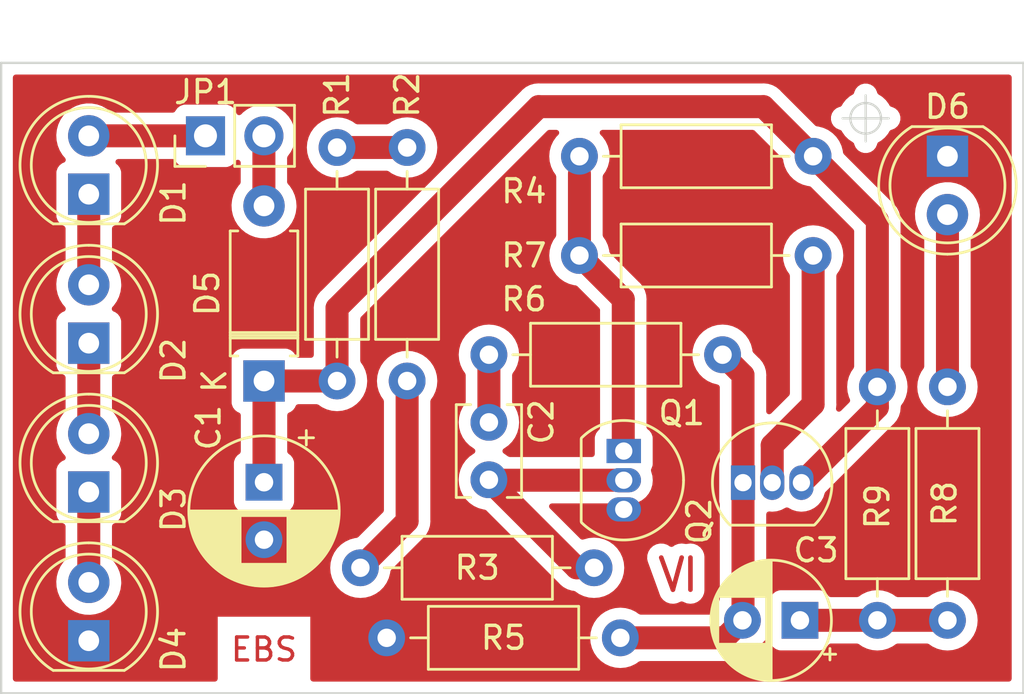
<source format=kicad_pcb>
(kicad_pcb (version 20211014) (generator pcbnew)
  (layers (0 "F.Cu" signal) (31 "B.Cu" signal) (34 "B.Paste" user) (35 "F.Paste" user) (36 "B.SilkS" user "B.Silkscreen") (37 "F.SilkS" user "F.Silkscreen") (38 "B.Mask" user) (39 "F.Mask" user) (44 "Edge.Cuts" user))
  (net 0 "")
  (net 1 "Net-(C1-Pad1)")
  (net 2 "Net-(C2-Pad1)")
  (net 3 "Net-(C2-Pad2)")
  (net 4 "Net-(C3-Pad1)")
  (net 5 "Net-(C3-Pad2)")
  (net 6 "Net-(D1-Pad1)")
  (net 7 "Net-(D2-Pad1)")
  (net 8 "Net-(D3-Pad1)")
  (net 9 "Net-(D5-Pad2)")
  (net 10 "Net-(D6-Pad2)")
  (net 11 "Net-(Q1-Pad1)")
  (net 12 "Net-(Q2-Pad2)")
  (net 13 "Net-(R1-Pad2)")
  (net 14 "Net-(R2-Pad2)")
  (net 15 "GND")
  (net 16 "VCC")
  (footprint "LED_THT:LED_D5.0mm" (layer "F.Cu") (at 147.828 74.549 -90)
    (fp_text reference "D6" (at -2.154 0 180) (layer "F.SilkS"))
    (fp_text value "LED")
    (fp_line (start -1.29 -1.545) (end -1.29 1.545) (layer "F.SilkS") (width 0.12))
    (fp_arc (start -1.29 -1.54483) (mid 2.072002 -2.880433) (end 4.26 0.000462) (layer "F.SilkS") (width 0.12))
    (fp_arc (start 4.26 -0.000462) (mid 2.072002 2.880433) (end -1.29 1.54483) (layer "F.SilkS") (width 0.12))
    (fp_circle (center 1.27 0) (end 3.77 0) (layer "F.SilkS") (width 0.12) (fill none))
    (pad "1" thru_hole rect (at 0 0 270) (size 1.8 1.8) (drill 0.9) (layers *.Cu *.Mask) (net 15 "GND"))
    (pad "2" thru_hole circle (at 2.54 0 270) (size 1.8 1.8) (drill 0.9) (layers *.Cu *.Mask) (net 10 "Net-(D6-Pad2)"))
  )
  (footprint "Resistor_THT:R_Axial_DIN0207_L6.3mm_D2.5mm_P10.16mm_Horizontal" (layer "F.Cu") (at 127.889 83.185)
    (fp_text reference "R6" (at 1.524 -2.413) (layer "F.SilkS"))
    (fp_text value "1k")
    (fp_line (start 1.81 -1.37) (end 1.81 1.37) (layer "F.SilkS") (width 0.12))
    (fp_line (start 1.04 0) (end 1.81 0) (layer "F.SilkS") (width 0.12))
    (fp_line (start 9.12 0) (end 8.35 0) (layer "F.SilkS") (width 0.12))
    (fp_line (start 8.35 -1.37) (end 1.81 -1.37) (layer "F.SilkS") (width 0.12))
    (fp_line (start 1.81 1.37) (end 8.35 1.37) (layer "F.SilkS") (width 0.12))
    (fp_line (start 8.35 1.37) (end 8.35 -1.37) (layer "F.SilkS") (width 0.12))
    (pad "1" thru_hole circle (at 0 0) (size 1.6 1.6) (drill 0.8) (layers *.Cu *.Mask) (net 3 "Net-(C2-Pad2)"))
    (pad "2" thru_hole oval (at 10.16 0) (size 1.6 1.6) (drill 0.8) (layers *.Cu *.Mask) (net 5 "Net-(C3-Pad2)"))
  )
  (footprint "Package_TO_SOT_THT:TO-92_Inline" (layer "F.Cu") (at 133.752 87.376 -90)
    (fp_text reference "Q1" (at -1.651 -2.519 180) (layer "F.SilkS"))
    (fp_text value "BC547")
    (fp_line (start -0.53 1.85) (end 3.07 1.85) (layer "F.SilkS") (width 0.12))
    (fp_arc (start -0.568478 1.838478) (mid -1.132087 -0.994977) (end 1.27 -2.6) (layer "F.SilkS") (width 0.12))
    (fp_arc (start 1.27 -2.6) (mid 3.672087 -0.994977) (end 3.108478 1.838478) (layer "F.SilkS") (width 0.12))
    (pad "1" thru_hole rect (at 0 0 270) (size 1.05 1.5) (drill 0.75) (layers *.Cu *.Mask) (net 11 "Net-(Q1-Pad1)"))
    (pad "2" thru_hole oval (at 1.27 0 270) (size 1.05 1.5) (drill 0.75) (layers *.Cu *.Mask) (net 2 "Net-(C2-Pad1)"))
    (pad "3" thru_hole oval (at 2.54 0 270) (size 1.05 1.5) (drill 0.75) (layers *.Cu *.Mask) (net 15 "GND"))
  )
  (footprint "Connector_PinHeader_2.54mm:PinHeader_1x02_P2.54mm_Vertical" (layer "F.Cu") (at 115.565 73.66 90)
    (fp_text reference "JP1" (at 1.905 0.005 180) (layer "F.SilkS"))
    (fp_text value "Jumper_2_Open")
    (fp_line (start -1.33 1.27) (end -1.33 3.87) (layer "F.SilkS") (width 0.12))
    (fp_line (start -1.33 3.87) (end 1.33 3.87) (layer "F.SilkS") (width 0.12))
    (fp_line (start -1.33 0) (end -1.33 -1.33) (layer "F.SilkS") (width 0.12))
    (fp_line (start -1.33 -1.33) (end 0 -1.33) (layer "F.SilkS") (width 0.12))
    (fp_line (start 1.33 1.27) (end 1.33 3.87) (layer "F.SilkS") (width 0.12))
    (fp_line (start -1.33 1.27) (end 1.33 1.27) (layer "F.SilkS") (width 0.12))
    (pad "1" thru_hole rect (at 0 0 90) (size 1.7 1.7) (drill 1) (layers *.Cu *.Mask) (net 16 "VCC"))
    (pad "2" thru_hole oval (at 0 2.54 90) (size 1.7 1.7) (drill 1) (layers *.Cu *.Mask) (net 9 "Net-(D5-Pad2)"))
  )
  (footprint "Resistor_THT:R_Axial_DIN0207_L6.3mm_D2.5mm_P10.16mm_Horizontal" (layer "F.Cu") (at 141.986 74.549 180)
    (fp_text reference "R4" (at 12.573 -1.524) (layer "F.SilkS"))
    (fp_text value "33k")
    (fp_line (start 1.81 1.37) (end 8.35 1.37) (layer "F.SilkS") (width 0.12))
    (fp_line (start 9.12 0) (end 8.35 0) (layer "F.SilkS") (width 0.12))
    (fp_line (start 1.81 -1.37) (end 1.81 1.37) (layer "F.SilkS") (width 0.12))
    (fp_line (start 8.35 -1.37) (end 1.81 -1.37) (layer "F.SilkS") (width 0.12))
    (fp_line (start 1.04 0) (end 1.81 0) (layer "F.SilkS") (width 0.12))
    (fp_line (start 8.35 1.37) (end 8.35 -1.37) (layer "F.SilkS") (width 0.12))
    (pad "1" thru_hole circle (at 0 0 180) (size 1.6 1.6) (drill 0.8) (layers *.Cu *.Mask) (net 1 "Net-(C1-Pad1)"))
    (pad "2" thru_hole oval (at 10.16 0 180) (size 1.6 1.6) (drill 0.8) (layers *.Cu *.Mask) (net 11 "Net-(Q1-Pad1)"))
  )
  (footprint "Capacitor_THT:C_Disc_D3.8mm_W2.6mm_P2.50mm" (layer "F.Cu") (at 127.889 88.626 90)
    (fp_text reference "C2" (at 2.52 2.286 90) (layer "F.SilkS"))
    (fp_text value "100n")
    (fp_line (start 3.27 -1.42) (end 3.27 -0.795) (layer "F.SilkS") (width 0.12))
    (fp_line (start -0.77 0.795) (end -0.77 1.42) (layer "F.SilkS") (width 0.12))
    (fp_line (start -0.77 -1.42) (end 3.27 -1.42) (layer "F.SilkS") (width 0.12))
    (fp_line (start -0.77 -1.42) (end -0.77 -0.795) (layer "F.SilkS") (width 0.12))
    (fp_line (start -0.77 1.42) (end 3.27 1.42) (layer "F.SilkS") (width 0.12))
    (fp_line (start 3.27 0.795) (end 3.27 1.42) (layer "F.SilkS") (width 0.12))
    (pad "1" thru_hole circle (at 0 0 90) (size 1.6 1.6) (drill 0.8) (layers *.Cu *.Mask) (net 2 "Net-(C2-Pad1)"))
    (pad "2" thru_hole circle (at 2.5 0 90) (size 1.6 1.6) (drill 0.8) (layers *.Cu *.Mask) (net 3 "Net-(C2-Pad2)"))
  )
  (footprint "Resistor_THT:R_Axial_DIN0207_L6.3mm_D2.5mm_P10.16mm_Horizontal" (layer "F.Cu") (at 147.828 94.742 90)
    (fp_text reference "R8" (at 5.08 -0.127 90) (layer "F.SilkS"))
    (fp_text value "1k")
    (fp_line (start 8.35 1.37) (end 8.35 -1.37) (layer "F.SilkS") (width 0.12))
    (fp_line (start 1.04 0) (end 1.81 0) (layer "F.SilkS") (width 0.12))
    (fp_line (start 1.81 -1.37) (end 1.81 1.37) (layer "F.SilkS") (width 0.12))
    (fp_line (start 1.81 1.37) (end 8.35 1.37) (layer "F.SilkS") (width 0.12))
    (fp_line (start 9.12 0) (end 8.35 0) (layer "F.SilkS") (width 0.12))
    (fp_line (start 8.35 -1.37) (end 1.81 -1.37) (layer "F.SilkS") (width 0.12))
    (pad "1" thru_hole circle (at 0 0 90) (size 1.6 1.6) (drill 0.8) (layers *.Cu *.Mask) (net 4 "Net-(C3-Pad1)"))
    (pad "2" thru_hole oval (at 10.16 0 90) (size 1.6 1.6) (drill 0.8) (layers *.Cu *.Mask) (net 10 "Net-(D6-Pad2)"))
  )
  (footprint "Diode_THT:D_A-405_P7.62mm_Horizontal" (layer "F.Cu") (at 118.11 84.328 90)
    (fp_text reference "D5" (at 3.81 -2.47 90) (layer "F.SilkS"))
    (fp_text value "D")
    (fp_text user "K" (at 0 -2.159 90) (layer "F.SilkS"))
    (fp_line (start 1.09 -1.14) (end 1.09 -1.47) (layer "F.SilkS") (width 0.12))
    (fp_line (start 1.09 1.47) (end 6.53 1.47) (layer "F.SilkS") (width 0.12))
    (fp_line (start 2.11 -1.47) (end 2.11 1.47) (layer "F.SilkS") (width 0.12))
    (fp_line (start 1.99 -1.47) (end 1.99 1.47) (layer "F.SilkS") (width 0.12))
    (fp_line (start 6.53 -1.47) (end 6.53 -1.14) (layer "F.SilkS") (width 0.12))
    (fp_line (start 1.09 1.14) (end 1.09 1.47) (layer "F.SilkS") (width 0.12))
    (fp_line (start 1.87 -1.47) (end 1.87 1.47) (layer "F.SilkS") (width 0.12))
    (fp_line (start 1.09 -1.47) (end 6.53 -1.47) (layer "F.SilkS") (width 0.12))
    (fp_line (start 6.53 1.47) (end 6.53 1.14) (layer "F.SilkS") (width 0.12))
    (pad "1" thru_hole rect (at 0 0 90) (size 1.8 1.8) (drill 0.9) (layers *.Cu *.Mask) (net 1 "Net-(C1-Pad1)"))
    (pad "2" thru_hole oval (at 7.62 0 90) (size 1.8 1.8) (drill 0.9) (layers *.Cu *.Mask) (net 9 "Net-(D5-Pad2)"))
  )
  (footprint "LED_THT:LED_D5.0mm" (layer "F.Cu") (at 110.49 95.631 90)
    (fp_text reference "D4" (at -0.381 3.683 90) (layer "F.SilkS"))
    (fp_text value "PD333")
    (fp_line (start -1.29 -1.545) (end -1.29 1.545) (layer "F.SilkS") (width 0.12))
    (fp_arc (start 4.26 -0.000462) (mid 2.072002 2.880433) (end -1.29 1.54483) (layer "F.SilkS") (width 0.12))
    (fp_arc (start -1.29 -1.54483) (mid 2.072002 -2.880433) (end 4.26 0.000462) (layer "F.SilkS") (width 0.12))
    (fp_circle (center 1.27 0) (end 3.77 0) (layer "F.SilkS") (width 0.12) (fill none))
    (pad "1" thru_hole rect (at 0 0 90) (size 1.8 1.8) (drill 0.9) (layers *.Cu *.Mask) (net 15 "GND"))
    (pad "2" thru_hole circle (at 2.54 0 90) (size 1.8 1.8) (drill 0.9) (layers *.Cu *.Mask) (net 8 "Net-(D3-Pad1)"))
  )
  (footprint "Resistor_THT:R_Axial_DIN0207_L6.3mm_D2.5mm_P10.16mm_Horizontal" (layer "F.Cu") (at 124.333 74.168 -90)
    (fp_text reference "R2" (at -2.286 0 90) (layer "F.SilkS"))
    (fp_text value "10M")
    (fp_line (start 1.81 1.37) (end 8.35 1.37) (layer "F.SilkS") (width 0.12))
    (fp_line (start 9.12 0) (end 8.35 0) (layer "F.SilkS") (width 0.12))
    (fp_line (start 1.81 -1.37) (end 1.81 1.37) (layer "F.SilkS") (width 0.12))
    (fp_line (start 8.35 1.37) (end 8.35 -1.37) (layer "F.SilkS") (width 0.12))
    (fp_line (start 1.04 0) (end 1.81 0) (layer "F.SilkS") (width 0.12))
    (fp_line (start 8.35 -1.37) (end 1.81 -1.37) (layer "F.SilkS") (width 0.12))
    (pad "1" thru_hole circle (at 0 0 270) (size 1.6 1.6) (drill 0.8) (layers *.Cu *.Mask) (net 13 "Net-(R1-Pad2)"))
    (pad "2" thru_hole oval (at 10.16 0 270) (size 1.6 1.6) (drill 0.8) (layers *.Cu *.Mask) (net 14 "Net-(R2-Pad2)"))
  )
  (footprint "Capacitor_THT:CP_Radial_D5.0mm_P2.50mm" (layer "F.Cu") (at 141.413113 94.742 180)
    (fp_text reference "C3" (at -0.699887 3.048) (layer "F.SilkS"))
    (fp_text value "10u")
    (fp_line (start 3.371 -1.5) (end 3.371 -1.04) (layer "F.SilkS") (width 0.12))
    (fp_line (start 3.691 -0.915) (end 3.691 0.915) (layer "F.SilkS") (width 0.12))
    (fp_line (start 1.85 1.04) (end 1.85 2.511) (layer "F.SilkS") (width 0.12))
    (fp_line (start 1.25 -2.58) (end 1.25 2.58) (layer "F.SilkS") (width 0.12))
    (fp_line (start 1.69 1.04) (end 1.69 2.543) (layer "F.SilkS") (width 0.12))
    (fp_line (start 3.851 -0.284) (end 3.851 0.284) (layer "F.SilkS") (width 0.12))
    (fp_line (start 1.77 1.04) (end 1.77 2.528) (layer "F.SilkS") (width 0.12))
    (fp_line (start 2.051 1.04) (end 2.051 2.455) (layer "F.SilkS") (width 0.12))
    (fp_line (start 2.851 -2.035) (end 2.851 -1.04) (layer "F.SilkS") (width 0.12))
    (fp_line (start 1.53 1.04) (end 1.53 2.565) (layer "F.SilkS") (width 0.12))
    (fp_line (start 3.211 1.04) (end 3.211 1.699) (layer "F.SilkS") (width 0.12))
    (fp_line (start 2.651 1.04) (end 2.651 2.175) (layer "F.SilkS") (width 0.12))
    (fp_line (start 3.131 -1.785) (end 3.131 -1.04) (layer "F.SilkS") (width 0.12))
    (fp_line (start 3.451 1.04) (end 3.451 1.383) (layer "F.SilkS") (width 0.12))
    (fp_line (start 2.171 -2.414) (end 2.171 -1.04) (layer "F.SilkS") (width 0.12))
    (fp_line (start 2.811 -2.065) (end 2.811 -1.04) (layer "F.SilkS") (width 0.12))
    (fp_line (start 3.531 1.04) (end 3.531 1.251) (layer "F.SilkS") (width 0.12))
    (fp_line (start 1.61 -2.556) (end 1.61 -1.04) (layer "F.SilkS") (width 0.12))
    (fp_line (start 1.81 1.04) (end 1.81 2.52) (layer "F.SilkS") (width 0.12))
    (fp_line (start 1.57 1.04) (end 1.57 2.561) (layer "F.SilkS") (width 0.12))
    (fp_line (start 2.211 1.04) (end 2.211 2.398) (layer "F.SilkS") (width 0.12))
    (fp_line (start 3.011 -1.901) (end 3.011 -1.04) (layer "F.SilkS") (width 0.12))
    (fp_line (start 3.411 -1.443) (end 3.411 -1.04) (layer "F.SilkS") (width 0.12))
    (fp_line (start 3.811 -0.518) (end 3.811 0.518) (layer "F.SilkS") (width 0.12))
    (fp_line (start 3.291 1.04) (end 3.291 1.605) (layer "F.SilkS") (width 0.12))
    (fp_line (start 2.411 1.04) (end 2.411 2.31) (layer "F.SilkS") (width 0.12))
    (fp_line (start 3.451 -1.383) (end 3.451 -1.04) (layer "F.SilkS") (width 0.12))
    (fp_line (start 2.291 -2.365) (end 2.291 -1.04) (layer "F.SilkS") (width 0.12))
    (fp_line (start 2.331 1.04) (end 2.331 2.348) (layer "F.SilkS") (width 0.12))
    (fp_line (start 2.971 -1.937) (end 2.971 -1.04) (layer "F.SilkS") (width 0.12))
    (fp_line (start 1.971 -2.48) (end 1.971 -1.04) (layer "F.SilkS") (width 0.12))
    (fp_line (start 2.251 -2.382) (end 2.251 -1.04) (layer "F.SilkS") (width 0.12))
    (fp_line (start 3.531 -1.251) (end 3.531 -1.04) (layer "F.SilkS") (width 0.12))
    (fp_line (start 3.771 -0.677) (end 3.771 0.677) (layer "F.SilkS") (width 0.12))
    (fp_line (start 1.73 -2.536) (end 1.73 -1.04) (layer "F.SilkS") (width 0.12))
    (fp_line (start 2.251 1.04) (end 2.251 2.382) (layer "F.SilkS") (width 0.12))
    (fp_line (start 1.89 -2.501) (end 1.89 -1.04) (layer "F.SilkS") (width 0.12))
    (fp_line (start 2.011 -2.468) (end 2.011 -1.04) (layer "F.SilkS") (width 0.12))
    (fp_line (start 2.931 -1.971) (end 2.931 -1.04) (layer "F.SilkS") (width 0.12))
    (fp_line (start 2.491 1.04) (end 2.491 2.268) (layer "F.SilkS") (width 0.12))
    (fp_line (start 2.131 1.04) (end 2.131 2.428) (layer "F.SilkS") (width 0.12))
    (fp_line (start 3.611 -1.098) (end 3.611 1.098) (layer "F.SilkS") (width 0.12))
    (fp_line (start 1.89 1.04) (end 1.89 2.501) (layer "F.SilkS") (width 0.12))
    (fp_line (start 3.491 -1.319) (end 3.491 -1.04) (layer "F.SilkS") (width 0.12))
    (fp_line (start 1.93 1.04) (end 1.93 2.491) (layer "F.SilkS") (width 0.12))
    (fp_line (start 1.53 -2.565) (end 1.53 -1.04) (layer "F.SilkS") (width 0.12))
    (fp_line (start 3.051 -1.864) (end 3.051 -1.04) (layer "F.SilkS") (width 0.12))
    (fp_line (start 3.051 1.04) (end 3.051 1.864) (layer "F.SilkS") (width 0.12))
    (fp_line (start 2.531 1.04) (end 2.531 2.247) (layer "F.SilkS") (width 0.12))
    (fp_line (start 2.371 -2.329) (end 2.371 -1.04) (layer "F.SilkS") (width 0.12))
    (fp_line (start -1.554775 -1.475) (end -1.054775 -1.475) (layer "F.SilkS") (width 0.12))
    (fp_line (start 2.451 -2.29) (end 2.451 -1.04) (layer "F.SilkS") (width 0.12))
    (fp_line (start 2.171 1.04) (end 2.171 2.414) (layer "F.SilkS") (width 0.12))
    (fp_line (start 1.49 1.04) (end 1.49 2.569) (layer "F.SilkS") (width 0.12))
    (fp_line (start 2.651 -2.175) (end 2.651 -1.04) (layer "F.SilkS") (width 0.12))
    (fp_line (start 2.531 -2.247) (end 2.531 -1.04) (layer "F.SilkS") (width 0.12))
    (fp_line (start 1.85 -2.511) (end 1.85 -1.04) (layer "F.SilkS") (width 0.12))
    (fp_line (start 2.011 1.04) (end 2.011 2.468) (layer "F.SilkS") (width 0.12))
    (fp_line (start 2.851 1.04) (end 2.851 2.035) (layer "F.SilkS") (width 0.12))
    (fp_line (start 3.171 1.04) (end 3.171 1.743) (layer "F.SilkS") (width 0.12))
    (fp_line (start 2.611 1.04) (end 2.611 2.2) (layer "F.SilkS") (width 0.12))
    (fp_line (start 2.091 -2.442) (end 2.091 -1.04) (layer "F.SilkS") (width 0.12))
    (fp_line (start 2.411 -2.31) (end 2.411 -1.04) (layer "F.SilkS") (width 0.12))
    (fp_line (start 2.491 -2.268) (end 2.491 -1.04) (layer "F.SilkS") (width 0.12))
    (fp_line (start 1.971 1.04) (end 1.971 2.48) (layer "F.SilkS") (width 0.12))
    (fp_line (start 3.251 1.04) (end 3.251 1.653) (layer "F.SilkS") (width 0.12))
    (fp_line (start 2.771 -2.095) (end 2.771 -1.04) (layer "F.SilkS") (width 0.12))
    (fp_line (start 1.41 -2.576) (end 1.41 2.576) (layer "F.SilkS") (width 0.12))
    (fp_line (start 1.29 -2.58) (end 1.29 2.58) (layer "F.SilkS") (width 0.12))
    (fp_line (start 3.091 -1.826) (end 3.091 -1.04) (layer "F.SilkS") (width 0.12))
    (fp_line (start 2.051 -2.455) (end 2.051 -1.04) (layer "F.SilkS") (width 0.12))
    (fp_line (start 2.971 1.04) (end 2.971 1.937) (layer "F.SilkS") (width 0.12))
    (fp_line (start 1.65 1.04) (end 1.65 2.55) (layer "F.SilkS") (width 0.12))
    (fp_line (start 3.371 1.04) (end 3.371 1.5) (layer "F.SilkS") (width 0.12))
    (fp_line (start 2.331 -2.348) (end 2.331 -1.04) (layer "F.SilkS") (width 0.12))
    (fp_line (start 1.73 1.04) (end 1.73 2.536) (layer "F.SilkS") (width 0.12))
    (fp_line (start 2.891 -2.004) (end 2.891 -1.04) (layer "F.SilkS") (width 0.12))
    (fp_line (start 1.69 -2.543) (end 1.69 -1.04) (layer "F.SilkS") (width 0.12))
    (fp_line (start 2.891 1.04) (end 2.891 2.004) (layer "F.SilkS") (width 0.12))
    (fp_line (start 1.77 -2.528) (end 1.77 -1.04) (layer "F.SilkS") (width 0.12))
    (fp_line (start 1.81 -2.52) (end 1.81 -1.04) (layer "F.SilkS") (width 0.12))
    (fp_line (start 2.371 1.04) (end 2.371 2.329) (layer "F.SilkS") (width 0.12))
    (fp_line (start 2.931 1.04) (end 2.931 1.971) (layer "F.SilkS") (width 0.12))
    (fp_line (start 1.57 -2.561) (end 1.57 -1.04) (layer "F.SilkS") (width 0.12))
    (fp_line (start 2.571 -2.224) (end 2.571 -1.04) (layer "F.SilkS") (width 0.12))
    (fp_line (start 2.291 1.04) (end 2.291 2.365) (layer "F.SilkS") (width 0.12))
    (fp_line (start 1.37 -2.578) (end 1.37 2.578) (layer "F.SilkS") (width 0.12))
    (fp_line (start 1.61 1.04) (end 1.61 2.556) (layer "F.SilkS") (width 0.12))
    (fp_line (start 3.571 -1.178) (end 3.571 1.178) (layer "F.SilkS") (width 0.12))
    (fp_line (start 2.731 -2.122) (end 2.731 -1.04) (layer "F.SilkS") (width 0.12))
    (fp_line (start 2.691 -2.149) (end 2.691 -1.04) (layer "F.SilkS") (width 0.12))
    (fp_line (start 3.091 1.04) (end 3.091 1.826) (layer "F.SilkS") (width 0.12))
    (fp_line (start 3.171 -1.743) (end 3.171 -1.04) (layer "F.SilkS") (width 0.12))
    (fp_line (start 2.091 1.04) (end 2.091 2.442) (layer "F.SilkS") (width 0.12))
    (fp_line (start 2.211 -2.398) (end 2.211 -1.04) (layer "F.SilkS") (width 0.12))
    (fp_line (start 2.771 1.04) (end 2.771 2.095) (layer "F.SilkS") (width 0.12))
    (fp_line (start 2.451 1.04) (end 2.451 2.29) (layer "F.SilkS") (width 0.12))
    (fp_line (start 3.291 -1.605) (end 3.291 -1.04) (layer "F.SilkS") (width 0.12))
    (fp_line (start 2.811 1.04) (end 2.811 2.065) (layer "F.SilkS") (width 0.12))
    (fp_line (start 3.251 -1.653) (end 3.251 -1.04) (layer "F.SilkS") (width 0.12))
    (fp_line (start 2.731 1.04) (end 2.731 2.122) (layer "F.SilkS") (width 0.12))
    (fp_line (start 2.611 -2.2) (end 2.611 -1.04) (layer "F.SilkS") (width 0.12))
    (fp_line (start 1.49 -2.569) (end 1.49 -1.04) (layer "F.SilkS") (width 0.12))
    (fp_line (start 3.411 1.04) (end 3.411 1.443) (layer "F.SilkS") (width 0.12))
    (fp_line (start 3.731 -0.805) (end 3.731 0.805) (layer "F.SilkS") (width 0.12))
    (fp_line (start 2.691 1.04) (end 2.691 2.149) (layer "F.SilkS") (width 0.12))
    (fp_line (start 3.331 1.04) (end 3.331 1.554) (layer "F.SilkS") (width 0.12))
    (fp_line (start 1.45 -2.573) (end 1.45 2.573) (layer "F.SilkS") (width 0.12))
    (fp_line (start 3.651 -1.011) (end 3.651 1.011) (layer "F.SilkS") (width 0.12))
    (fp_line (start 1.93 -2.491) (end 1.93 -1.04) (layer "F.SilkS") (width 0.12))
    (fp_line (start 3.331 -1.554) (end 3.331 -1.04) (layer "F.SilkS") (width 0.12))
    (fp_line (start 3.131 1.04) (end 3.131 1.785) (layer "F.SilkS") (width 0.12))
    (fp_line (start 1.33 -2.579) (end 1.33 2.579) (layer "F.SilkS") (width 0.12))
    (fp_line (start 1.65 -2.55) (end 1.65 -1.04) (layer "F.SilkS") (width 0.12))
    (fp_line (start 3.011 1.04) (end 3.011 1.901) (layer "F.SilkS") (width 0.12))
    (fp_line (start 3.211 -1.699) (end 3.211 -1.04) (layer "F.SilkS") (width 0.12))
    (fp_line (start 2.131 -2.428) (end 2.131 -1.04) (layer "F.SilkS") (width 0.12))
    (fp_line (start -1.304775 -1.725) (end -1.304775 -1.225) (layer "F.SilkS") (width 0.12))
    (fp_line (start 2.571 1.04) (end 2.571 2.224) (layer "F.SilkS") (width 0.12))
    (fp_line (start 3.491 1.04) (end 3.491 1.319) (layer "F.SilkS") (width 0.12))
    (fp_circle (center 1.25 0) (end 3.87 0) (layer "F.SilkS") (width 0.12) (fill none))
    (pad "1" thru_hole rect (at 0 0 180) (size 1.6 1.6) (drill 0.8) (layers *.Cu *.Mask) (net 4 "Net-(C3-Pad1)"))
    (pad "2" thru_hole circle (at 2.5 0 180) (size 1.6 1.6) (drill 0.8) (layers *.Cu *.Mask) (net 5 "Net-(C3-Pad2)"))
  )
  (footprint "Resistor_THT:R_Axial_DIN0207_L6.3mm_D2.5mm_P10.16mm_Horizontal" (layer "F.Cu") (at 133.604 95.504 180)
    (fp_text reference "R5" (at 5.08 0) (layer "F.SilkS"))
    (fp_text value "10k")
    (fp_line (start 8.35 1.37) (end 8.35 -1.37) (layer "F.SilkS") (width 0.12))
    (fp_line (start 1.81 -1.37) (end 1.81 1.37) (layer "F.SilkS") (width 0.12))
    (fp_line (start 1.81 1.37) (end 8.35 1.37) (layer "F.SilkS") (width 0.12))
    (fp_line (start 8.35 -1.37) (end 1.81 -1.37) (layer "F.SilkS") (width 0.12))
    (fp_line (start 1.04 0) (end 1.81 0) (layer "F.SilkS") (width 0.12))
    (fp_line (start 9.12 0) (end 8.35 0) (layer "F.SilkS") (width 0.12))
    (pad "1" thru_hole circle (at 0 0 180) (size 1.6 1.6) (drill 0.8) (layers *.Cu *.Mask) (net 5 "Net-(C3-Pad2)"))
    (pad "2" thru_hole oval (at 10.16 0 180) (size 1.6 1.6) (drill 0.8) (layers *.Cu *.Mask) (net 15 "GND"))
  )
  (footprint "Resistor_THT:R_Axial_DIN0207_L6.3mm_D2.5mm_P10.16mm_Horizontal" (layer "F.Cu") (at 131.826 78.867)
    (fp_text reference "R7" (at -2.413 0) (layer "F.SilkS"))
    (fp_text value "1k")
    (fp_line (start 9.12 0) (end 8.35 0) (layer "F.SilkS") (width 0.12))
    (fp_line (start 1.81 -1.37) (end 1.81 1.37) (layer "F.SilkS") (width 0.12))
    (fp_line (start 8.35 1.37) (end 8.35 -1.37) (layer "F.SilkS") (width 0.12))
    (fp_line (start 1.81 1.37) (end 8.35 1.37) (layer "F.SilkS") (width 0.12))
    (fp_line (start 8.35 -1.37) (end 1.81 -1.37) (layer "F.SilkS") (width 0.12))
    (fp_line (start 1.04 0) (end 1.81 0) (layer "F.SilkS") (width 0.12))
    (pad "1" thru_hole circle (at 0 0) (size 1.6 1.6) (drill 0.8) (layers *.Cu *.Mask) (net 11 "Net-(Q1-Pad1)"))
    (pad "2" thru_hole oval (at 10.16 0) (size 1.6 1.6) (drill 0.8) (layers *.Cu *.Mask) (net 12 "Net-(Q2-Pad2)"))
  )
  (footprint "Resistor_THT:R_Axial_DIN0207_L6.3mm_D2.5mm_P10.16mm_Horizontal" (layer "F.Cu") (at 144.78 84.582 -90)
    (fp_text reference "R9" (at 5.207 0 -90) (layer "F.SilkS"))
    (fp_text value "10k")
    (fp_line (start 1.81 1.37) (end 8.35 1.37) (layer "F.SilkS") (width 0.12))
    (fp_line (start 8.35 1.37) (end 8.35 -1.37) (layer "F.SilkS") (width 0.12))
    (fp_line (start 9.12 0) (end 8.35 0) (layer "F.SilkS") (width 0.12))
    (fp_line (start 1.04 0) (end 1.81 0) (layer "F.SilkS") (width 0.12))
    (fp_line (start 8.35 -1.37) (end 1.81 -1.37) (layer "F.SilkS") (width 0.12))
    (fp_line (start 1.81 -1.37) (end 1.81 1.37) (layer "F.SilkS") (width 0.12))
    (pad "1" thru_hole circle (at 0 0 270) (size 1.6 1.6) (drill 0.8) (layers *.Cu *.Mask) (net 1 "Net-(C1-Pad1)"))
    (pad "2" thru_hole oval (at 10.16 0 270) (size 1.6 1.6) (drill 0.8) (layers *.Cu *.Mask) (net 4 "Net-(C3-Pad1)"))
  )
  (footprint "LED_THT:LED_D5.0mm" (layer "F.Cu") (at 110.49 89.159 90)
    (fp_text reference "D3" (at -0.757 3.683 90) (layer "F.SilkS"))
    (fp_text value "PD333")
    (fp_line (start -1.29 -1.545) (end -1.29 1.545) (layer "F.SilkS") (width 0.12))
    (fp_arc (start -1.29 -1.54483) (mid 2.072002 -2.880433) (end 4.26 0.000462) (layer "F.SilkS") (width 0.12))
    (fp_arc (start 4.26 -0.000462) (mid 2.072002 2.880433) (end -1.29 1.54483) (layer "F.SilkS") (width 0.12))
    (fp_circle (center 1.27 0) (end 3.77 0) (layer "F.SilkS") (width 0.12) (fill none))
    (pad "1" thru_hole rect (at 0 0 90) (size 1.8 1.8) (drill 0.9) (layers *.Cu *.Mask) (net 8 "Net-(D3-Pad1)"))
    (pad "2" thru_hole circle (at 2.54 0 90) (size 1.8 1.8) (drill 0.9) (layers *.Cu *.Mask) (net 7 "Net-(D2-Pad1)"))
  )
  (footprint "Package_TO_SOT_THT:TO-92_Inline" (layer "F.Cu") (at 138.938 88.752)
    (fp_text reference "Q2" (at -1.905 1.672 270) (layer "F.SilkS"))
    (fp_text value "BC557")
    (fp_line (start -0.53 1.85) (end 3.07 1.85) (layer "F.SilkS") (width 0.12))
    (fp_arc (start 1.27 -2.6) (mid 3.672087 -0.994977) (end 3.108478 1.838478) (layer "F.SilkS") (width 0.12))
    (fp_arc (start -0.568478 1.838478) (mid -1.132087 -0.994977) (end 1.27 -2.6) (layer "F.SilkS") (width 0.12))
    (pad "1" thru_hole rect (at 0 0) (size 1.05 1.5) (drill 0.75) (layers *.Cu *.Mask) (net 5 "Net-(C3-Pad2)"))
    (pad "2" thru_hole oval (at 1.27 0) (size 1.05 1.5) (drill 0.75) (layers *.Cu *.Mask) (net 12 "Net-(Q2-Pad2)"))
    (pad "3" thru_hole oval (at 2.54 0) (size 1.05 1.5) (drill 0.75) (layers *.Cu *.Mask) (net 1 "Net-(C1-Pad1)"))
  )
  (footprint "LED_THT:LED_D5.0mm" (layer "F.Cu") (at 110.49 76.2 90)
    (fp_text reference "D1" (at -0.381 3.683 90) (layer "F.SilkS"))
    (fp_text value "PD333")
    (fp_line (start -1.29 -1.545) (end -1.29 1.545) (layer "F.SilkS") (width 0.12))
    (fp_arc (start 4.26 -0.000462) (mid 2.072002 2.880433) (end -1.29 1.54483) (layer "F.SilkS") (width 0.12))
    (fp_arc (start -1.29 -1.54483) (mid 2.072002 -2.880433) (end 4.26 0.000462) (layer "F.SilkS") (width 0.12))
    (fp_circle (center 1.27 0) (end 3.77 0) (layer "F.SilkS") (width 0.12) (fill none))
    (pad "1" thru_hole rect (at 0 0 90) (size 1.8 1.8) (drill 0.9) (layers *.Cu *.Mask) (net 6 "Net-(D1-Pad1)"))
    (pad "2" thru_hole circle (at 2.54 0 90) (size 1.8 1.8) (drill 0.9) (layers *.Cu *.Mask) (net 16 "VCC"))
  )
  (footprint "LED_THT:LED_D5.0mm" (layer "F.Cu") (at 110.49 82.682 90)
    (fp_text reference "D2" (at -0.757 3.683 90) (layer "F.SilkS"))
    (fp_text value "PD333")
    (fp_line (start -1.29 -1.545) (end -1.29 1.545) (layer "F.SilkS") (width 0.12))
    (fp_arc (start 4.26 -0.000462) (mid 2.072002 2.880433) (end -1.29 1.54483) (layer "F.SilkS") (width 0.12))
    (fp_arc (start -1.29 -1.54483) (mid 2.072002 -2.880433) (end 4.26 0.000462) (layer "F.SilkS") (width 0.12))
    (fp_circle (center 1.27 0) (end 3.77 0) (layer "F.SilkS") (width 0.12) (fill none))
    (pad "1" thru_hole rect (at 0 0 90) (size 1.8 1.8) (drill 0.9) (layers *.Cu *.Mask) (net 7 "Net-(D2-Pad1)"))
    (pad "2" thru_hole circle (at 2.54 0 90) (size 1.8 1.8) (drill 0.9) (layers *.Cu *.Mask) (net 6 "Net-(D1-Pad1)"))
  )
  (footprint "Capacitor_THT:CP_Radial_D6.3mm_P2.50mm" (layer "F.Cu") (at 118.11 88.733621 -90)
    (fp_text reference "C1" (at -2.373621 2.413 90) (layer "F.SilkS"))
    (fp_text value "1F/2V5")
    (fp_line (start 2.051 1.04) (end 2.051 3.131) (layer "F.SilkS") (width 0.12))
    (fp_line (start 2.291 1.04) (end 2.291 3.061) (layer "F.SilkS") (width 0.12))
    (fp_line (start 1.971 -3.15) (end 1.971 -1.04) (layer "F.SilkS") (width 0.12))
    (fp_line (start 4.211 -1.35) (end 4.211 1.35) (layer "F.SilkS") (width 0.12))
    (fp_line (start 2.171 -3.098) (end 2.171 -1.04) (layer "F.SilkS") (width 0.12))
    (fp_line (start 2.611 1.04) (end 2.611 2.934) (layer "F.SilkS") (width 0.12))
    (fp_line (start 3.051 -2.69) (end 3.051 -1.04) (layer "F.SilkS") (width 0.12))
    (fp_line (start 2.811 -2.834) (end 2.811 -1.04) (layer "F.SilkS") (width 0.12))
    (fp_line (start 2.331 1.04) (end 2.331 3.047) (layer "F.SilkS") (width 0.12))
    (fp_line (start 4.011 -1.714) (end 4.011 1.714) (layer "F.SilkS") (width 0.12))
    (fp_line (start 2.171 1.04) (end 2.171 3.098) (layer "F.SilkS") (width 0.12))
    (fp_line (start 2.971 1.04) (end 2.971 2.742) (layer "F.SilkS") (width 0.12))
    (fp_line (start 2.771 1.04) (end 2.771 2.856) (layer "F.SilkS") (width 0.12))
    (fp_line (start 3.411 -2.416) (end 3.411 -1.04) (layer "F.SilkS") (width 0.12))
    (fp_line (start 2.491 1.04) (end 2.491 2.986) (layer "F.SilkS") (width 0.12))
    (fp_line (start 1.53 -3.218) (end 1.53 -1.04) (layer "F.SilkS") (width 0.12))
    (fp_line (start 3.251 -2.548) (end 3.251 -1.04) (layer "F.SilkS") (width 0.12))
    (fp_line (start 2.931 1.04) (end 2.931 2.766) (layer "F.SilkS") (width 0.12))
    (fp_line (start 4.051 -1.65) (end 4.051 1.65) (layer "F.SilkS") (width 0.12))
    (fp_line (start 2.891 -2.79) (end 2.891 -1.04) (layer "F.SilkS") (width 0.12))
    (fp_line (start 1.41 -3.227) (end 1.41 3.227) (layer "F.SilkS") (width 0.12))
    (fp_line (start 1.69 -3.201) (end 1.69 -1.04) (layer "F.SilkS") (width 0.12))
    (fp_line (start 2.131 -3.11) (end 2.131 -1.04) (layer "F.SilkS") (width 0.12))
    (fp_line (start 2.491 -2.986) (end 2.491 -1.04) (layer "F.SilkS") (width 0.12))
    (fp_line (start 4.331 -1.059) (end 4.331 1.059) (layer "F.SilkS") (width 0.12))
    (fp_line (start 2.731 -2.876) (end 2.731 -1.04) (layer "F.SilkS") (width 0.12))
    (fp_line (start 3.691 -2.137) (end 3.691 2.137) (layer "F.SilkS") (width 0.12))
    (fp_line (start 1.53 1.04) (end 1.53 3.218) (layer "F.SilkS") (width 0.12))
    (fp_line (start 2.331 -3.047) (end 2.331 -1.04) (layer "F.SilkS") (width 0.12))
    (fp_line (start 2.931 -2.766) (end 2.931 -1.04) (layer "F.SilkS") (width 0.12))
    (fp_line (start 3.291 -2.516) (end 3.291 -1.04) (layer "F.SilkS") (width 0.12))
    (fp_line (start 3.611 -2.224) (end 3.611 2.224) (layer "F.SilkS") (width 0.12))
    (fp_line (start -1.935241 -2.154) (end -1.935241 -1.524) (layer "F.SilkS") (width 0.12))
    (fp_line (start 1.971 1.04) (end 1.971 3.15) (layer "F.SilkS") (width 0.12))
    (fp_line (start 1.37 -3.228) (end 1.37 3.228) (layer "F.SilkS") (width 0.12))
    (fp_line (start 2.411 1.04) (end 2.411 3.018) (layer "F.SilkS") (width 0.12))
    (fp_line (start 2.451 -3.002) (end 2.451 -1.04) (layer "F.SilkS") (width 0.12))
    (fp_line (start 2.251 -3.074) (end 2.251 -1.04) (layer "F.SilkS") (width 0.12))
    (fp_line (start 4.451 -0.633) (end 4.451 0.633) (layer "F.SilkS") (width 0.12))
    (fp_line (start 2.091 1.04) (end 2.091 3.121) (layer "F.SilkS") (width 0.12))
    (fp_line (start 2.811 1.04) (end 2.811 2.834) (layer "F.SilkS") (width 0.12))
    (fp_line (start 1.81 1.04) (end 1.81 3.182) (layer "F.SilkS") (width 0.12))
    (fp_line (start 2.051 -3.131) (end 2.051 -1.04) (layer "F.SilkS") (width 0.12))
    (fp_line (start 2.571 1.04) (end 2.571 2.952) (layer "F.SilkS") (width 0.12))
    (fp_line (start 3.971 -1.776) (end 3.971 1.776) (layer "F.SilkS") (width 0.12))
    (fp_line (start 3.451 1.04) (end 3.451 2.38) (layer "F.SilkS") (width 0.12))
    (fp_line (start 3.131 1.04) (end 3.131 2.636) (layer "F.SilkS") (width 0.12))
    (fp_line (start 1.33 -3.23) (end 1.33 3.23) (layer "F.SilkS") (width 0.12))
    (fp_line (start 2.571 -2.952) (end 2.571 -1.04) (layer "F.SilkS") (width 0.12))
    (fp_line (start 3.011 -2.716) (end 3.011 -1.04) (layer "F.SilkS") (width 0.12))
    (fp_line (start 2.091 -3.121) (end 2.091 -1.04) (layer "F.SilkS") (width 0.12))
    (fp_line (start 1.25 -3.23) (end 1.25 3.23) (layer "F.SilkS") (width 0.12))
    (fp_line (start 1.61 1.04) (end 1.61 3.211) (layer "F.SilkS") (width 0.12))
    (fp_line (start 1.89 1.04) (end 1.89 3.167) (layer "F.SilkS") (width 0.12))
    (fp_line (start 1.57 1.04) (end 1.57 3.215) (layer "F.SilkS") (width 0.12))
    (fp_line (start -2.250241 -1.839) (end -1.620241 -1.839) (layer "F.SilkS") (width 0.12))
    (fp_line (start 4.491 -0.402) (end 4.491 0.402) (layer "F.SilkS") (width 0.12))
    (fp_line (start 2.011 1.04) (end 2.011 3.141) (layer "F.SilkS") (width 0.12))
    (fp_line (start 3.171 -2.607) (end 3.171 -1.04) (layer "F.SilkS") (width 0.12))
    (fp_line (start 1.85 -3.175) (end 1.85 -1.04) (layer "F.SilkS") (width 0.12))
    (fp_line (start 1.29 -3.23) (end 1.29 3.23) (layer "F.SilkS") (width 0.12))
    (fp_line (start 3.171 1.04) (end 3.171 2.607) (layer "F.SilkS") (width 0.12))
    (fp_line (start 1.45 -3.224) (end 1.45 3.224) (layer "F.SilkS") (width 0.12))
    (fp_line (start 1.49 -3.222) (end 1.49 -1.04) (layer "F.SilkS") (width 0.12))
    (fp_line (start 3.091 1.04) (end 3.091 2.664) (layer "F.SilkS") (width 0.12))
    (fp_line (start 2.651 1.04) (end 2.651 2.916) (layer "F.SilkS") (width 0.12))
    (fp_line (start 2.691 1.04) (end 2.691 2.896) (layer "F.SilkS") (width 0.12))
    (fp_line (start 3.371 -2.45) (end 3.371 -1.04) (layer "F.SilkS") (width 0.12))
    (fp_line (start 1.69 1.04) (end 1.69 3.201) (layer "F.SilkS") (width 0.12))
    (fp_line (start 1.81 -3.182) (end 1.81 -1.04) (layer "F.SilkS") (width 0.12))
    (fp_line (start 1.73 1.04) (end 1.73 3.195) (layer "F.SilkS") (width 0.12))
    (fp_line (start 3.571 -2.265) (end 3.571 2.265) (layer "F.SilkS") (width 0.12))
    (fp_line (start 3.051 1.04) (end 3.051 2.69) (layer "F.SilkS") (width 0.12))
    (fp_line (start 1.49 1.04) (end 1.49 3.222) (layer "F.SilkS") (width 0.12))
    (fp_line (start 4.251 -1.262) (end 4.251 1.262) (layer "F.SilkS") (width 0.12))
    (fp_line (start 3.811 -1.995) (end 3.811 1.995) (layer "F.SilkS") (width 0.12))
    (fp_line (start 3.531 -2.305) (end 3.531 -1.04) (layer "F.SilkS") (width 0.12))
    (fp_line (start 2.451 1.04) (end 2.451 3.002) (layer "F.SilkS") (width 0.12))
    (fp_line (start 2.731 1.04) (end 2.731 2.876) (layer "F.SilkS") (width 0.12))
    (fp_line (start 3.011 1.04) (end 3.011 2.716) (layer "F.SilkS") (width 0.12))
    (fp_line (start 4.091 -1.581) (end 4.091 1.581) (layer "F.SilkS") (width 0.12))
    (fp_line (start 1.85 1.04) (end 1.85 3.175) (layer "F.SilkS") (width 0.12))
    (fp_line (start 1.93 1.04) (end 1.93 3.159) (layer "F.SilkS") (width 0.12))
    (fp_line (start 2.691 -2.896) (end 2.691 -1.04) (layer "F.SilkS") (width 0.12))
    (fp_line (start 3.731 -2.092) (end 3.731 2.092) (layer "F.SilkS") (width 0.12))
    (fp_line (start 3.371 1.04) (end 3.371 2.45) (layer "F.SilkS") (width 0.12))
    (fp_line (start 2.371 -3.033) (end 2.371 -1.04) (layer "F.SilkS") (width 0.12))
    (fp_line (start 1.77 1.04) (end 1.77 3.189) (layer "F.SilkS") (width 0.12))
    (fp_line (start 2.891 1.04) (end 2.891 2.79) (layer "F.SilkS") (width 0.12))
    (fp_line (start 1.73 -3.195) (end 1.73 -1.04) (layer "F.SilkS") (width 0.12))
    (fp_line (start 2.411 -3.018) (end 2.411 -1.04) (layer "F.SilkS") (width 0.12))
    (fp_line (start 2.291 -3.061) (end 2.291 -1.04) (layer "F.SilkS") (width 0.12))
    (fp_line (start 3.211 -2.578) (end 3.211 -1.04) (layer "F.SilkS") (width 0.12))
    (fp_line (start 2.531 1.04) (end 2.531 2.97) (layer "F.SilkS") (width 0.12))
    (fp_line (start 3.491 -2.343) (end 3.491 -1.04) (layer "F.SilkS") (width 0.12))
    (fp_line (start 1.89 -3.167) (end 1.89 -1.04) (layer "F.SilkS") (width 0.12))
    (fp_line (start 2.211 -3.086) (end 2.211 -1.04) (layer "F.SilkS") (width 0.12))
    (fp_line (start 4.371 -0.94) (end 4.371 0.94) (layer "F.SilkS") (width 0.12))
    (fp_line (start 1.93 -3.159) (end 1.93 -1.04) (layer "F.SilkS") (width 0.12))
    (fp_line (start 4.411 -0.802) (end 4.411 0.802) (layer "F.SilkS") (width 0.12))
    (fp_line (start 3.251 1.04) (end 3.251 2.548) (layer "F.SilkS") (width 0.12))
    (fp_line (start 1.57 -3.215) (end 1.57 -1.04) (layer "F.SilkS") (width 0.12))
    (fp_line (start 4.131 -1.509) (end 4.131 1.509) (layer "F.SilkS") (width 0.12))
    (fp_line (start 1.61 -3.211) (end 1.61 -1.04) (layer "F.SilkS") (width 0.12))
    (fp_line (start 2.251 1.04) (end 2.251 3.074) (layer "F.SilkS") (width 0.12))
    (fp_line (start 2.611 -2.934) (end 2.611 -1.04) (layer "F.SilkS") (width 0.12))
    (fp_line (start 3.531 1.04) (end 3.531 2.305) (layer "F.SilkS") (width 0.12))
    (fp_line (start 3.931 -1.834) (end 3.931 1.834) (layer "F.SilkS") (width 0.12))
    (fp_line (start 3.491 1.04) (end 3.491 2.343) (layer "F.SilkS") (width 0.12))
    (fp_line (start 2.531 -2.97) (end 2.531 -1.04) (layer "F.SilkS") (width 0.12))
    (fp_line (start 2.651 -2.916) (end 2.651 -1.04) (layer "F.SilkS") (width 0.12))
    (fp_line (start 3.331 -2.484) (end 3.331 -1.04) (layer "F.SilkS") (width 0.12))
    (fp_line (start 2.131 1.04) (end 2.131 3.11) (layer "F.SilkS") (width 0.12))
    (fp_line (start 1.65 1.04) (end 1.65 3.206) (layer "F.SilkS") (width 0.12))
    (fp_line (start 4.171 -1.432) (end 4.171 1.432) (layer "F.SilkS") (width 0.12))
    (fp_line (start 4.291 -1.165) (end 4.291 1.165) (layer "F.SilkS") (width 0.12))
    (fp_line (start 3.451 -2.38) (end 3.451 -1.04) (layer "F.SilkS") (width 0.12))
    (fp_line (start 3.411 1.04) (end 3.411 2.416) (layer "F.SilkS") (width 0.12))
    (fp_line (start 3.291 1.04) (end 3.291 2.516) (layer "F.SilkS") (width 0.12))
    (fp_line (start 3.091 -2.664) (end 3.091 -1.04) (layer "F.SilkS") (width 0.12))
    (fp_line (start 3.331 1.04) (end 3.331 2.484) (layer "F.SilkS") (width 0.12))
    (fp_line (start 2.971 -2.742) (end 2.971 -1.04) (layer "F.SilkS") (width 0.12))
    (fp_line (start 3.891 -1.89) (end 3.891 1.89) (layer "F.SilkS") (width 0.12))
    (fp_line (start 3.851 -1.944) (end 3.851 1.944) (layer "F.SilkS") (width 0.12))
    (fp_line (start 2.851 1.04) (end 2.851 2.812) (layer "F.SilkS") (width 0.12))
    (fp_line (start 3.651 -2.182) (end 3.651 2.182) (layer "F.SilkS") (width 0.12))
    (fp_line (start 3.131 -2.636) (end 3.131 -1.04) (layer "F.SilkS") (width 0.12))
    (fp_line (start 2.011 -3.141) (end 2.011 -1.04) (layer "F.SilkS") (width 0.12))
    (fp_line (start 2.771 -2.856) (end 2.771 -1.04) (layer "F.SilkS") (width 0.12))
    (fp_line (start 2.211 1.04) (end 2.211 3.086) (layer "F.SilkS") (width 0.12))
    (fp_line (start 2.371 1.04) (end 2.371 3.033) (layer "F.SilkS") (width 0.12))
    (fp_line (start 1.65 -3.206) (end 1.65 -1.04) (layer "F.SilkS") (width 0.12))
    (fp_line (start 3.211 1.04) (end 3.211 2.578) (layer "F.SilkS") (width 0.12))
    (fp_line (start 3.771 -2.044) (end 3.771 2.044) (layer "F.SilkS") (width 0.12))
    (fp_line (start 2.851 -2.812) (end 2.851 -1.04) (layer "F.SilkS") (width 0.12))
    (fp_line (start 1.77 -3.189) (end 1.77 -1.04) (layer "F.SilkS") (width 0.12))
    (fp_circle (center 1.25 0) (end 4.52 0) (layer "F.SilkS") (width 0.12) (fill none))
    (pad "1" thru_hole rect (at 0 0 270) (size 1.6 1.6) (drill 0.8) (layers *.Cu *.Mask) (net 1 "Net-(C1-Pad1)"))
    (pad "2" thru_hole circle (at 2.5 0 270) (size 1.6 1.6) (drill 0.8) (layers *.Cu *.Mask) (net 15 "GND"))
  )
  (footprint "Resistor_THT:R_Axial_DIN0207_L6.3mm_D2.5mm_P10.16mm_Horizontal" (layer "F.Cu") (at 121.285 84.328 90)
    (fp_text reference "R1" (at 12.446 0 90) (layer "F.SilkS"))
    (fp_text value "10M")
    (fp_line (start 9.12 0) (end 8.35 0) (layer "F.SilkS") (width 0.12))
    (fp_line (start 1.81 1.37) (end 8.35 1.37) (layer "F.SilkS") (width 0.12))
    (fp_line (start 8.35 1.37) (end 8.35 -1.37) (layer "F.SilkS") (width 0.12))
    (fp_line (start 1.04 0) (end 1.81 0) (layer "F.SilkS") (width 0.12))
    (fp_line (start 1.81 -1.37) (end 1.81 1.37) (layer "F.SilkS") (width 0.12))
    (fp_line (start 8.35 -1.37) (end 1.81 -1.37) (layer "F.SilkS") (width 0.12))
    (pad "1" thru_hole circle (at 0 0 90) (size 1.6 1.6) (drill 0.8) (layers *.Cu *.Mask) (net 1 "Net-(C1-Pad1)"))
    (pad "2" thru_hole oval (at 10.16 0 90) (size 1.6 1.6) (drill 0.8) (layers *.Cu *.Mask) (net 13 "Net-(R1-Pad2)"))
  )
  (footprint "Resistor_THT:R_Axial_DIN0207_L6.3mm_D2.5mm_P10.16mm_Horizontal" (layer "F.Cu") (at 122.301 92.456)
    (fp_text reference "R3" (at 5.08 0) (layer "F.SilkS"))
    (fp_text value "4M7")
    (fp_line (start 1.04 0) (end 1.81 0) (layer "F.SilkS") (width 0.12))
    (fp_line (start 1.81 -1.37) (end 1.81 1.37) (layer "F.SilkS") (width 0.12))
    (fp_line (start 8.35 -1.37) (end 1.81 -1.37) (layer "F.SilkS") (width 0.12))
    (fp_line (start 9.12 0) (end 8.35 0) (layer "F.SilkS") (width 0.12))
    (fp_line (start 8.35 1.37) (end 8.35 -1.37) (layer "F.SilkS") (width 0.12))
    (fp_line (start 1.81 1.37) (end 8.35 1.37) (layer "F.SilkS") (width 0.12))
    (pad "1" thru_hole circle (at 0 0) (size 1.6 1.6) (drill 0.8) (layers *.Cu *.Mask) (net 14 "Net-(R2-Pad2)"))
    (pad "2" thru_hole oval (at 10.16 0) (size 1.6 1.6) (drill 0.8) (layers *.Cu *.Mask) (net 2 "Net-(C2-Pad1)"))
  )
  (gr_line (start 136.652 92.0115) (end 136.652 93.4085) (layer "F.Cu") (width 0.2))
  (gr_line (start 135.382 92.0115) (end 135.89 93.4085) (layer "F.Cu") (width 0.2))
  (gr_line (start 135.89 93.4085) (end 136.271 92.0115) (layer "F.Cu") (width 0.2))
  (gr_line (start 106.68 97.917) (end 151.13 97.917) (layer "Edge.Cuts") (width 0.1))
  (gr_line (start 151.13 97.917) (end 151.13 70.485) (layer "Edge.Cuts") (width 0.1))
  (gr_line (start 151.13 70.485) (end 106.68 70.485) (layer "Edge.Cuts") (width 0.1))
  (gr_line (start 106.68 70.485) (end 106.68 97.917) (layer "Edge.Cuts") (width 0.1))
  (gr_text "EBS" (at 118.11 96.012) (layer "F.Cu") (effects (font (size 1 1))))
  (target plus (at 144.272 72.898) (size 2) (width 0.1) (layer "Edge.Cuts"))
  (segment (start 118.11 88.733621) (end 118.11 84.328) (width 1) (layer "F.Cu") (net 1))
  (segment (start 121.285 81.153) (end 121.285 84.201) (width 1) (layer "F.Cu") (net 1))
  (segment (start 130.048 72.39) (end 121.285 81.153) (width 1) (layer "F.Cu") (net 1))
  (segment (start 139.827 72.39) (end 130.048 72.39) (width 1) (layer "F.Cu") (net 1))
  (segment (start 144.78 77.343) (end 141.986 74.549) (width 1) (layer "F.Cu") (net 1))
  (segment (start 121.285 84.201) (end 121.158 84.328) (width 1) (layer "F.Cu") (net 1))
  (segment (start 141.478 88.752) (end 141.499 88.752) (width 1) (layer "F.Cu") (net 1))
  (segment (start 141.986 74.549) (end 139.827 72.39) (width 1) (layer "F.Cu") (net 1))
  (segment (start 144.78 85.471) (end 144.78 84.582) (width 1) (layer "F.Cu") (net 1))
  (segment (start 144.78 84.582) (end 144.78 77.343) (width 1) (layer "F.Cu") (net 1))
  (segment (start 121.158 84.328) (end 118.11 84.328) (width 1) (layer "F.Cu") (net 1))
  (segment (start 141.499 88.752) (end 144.78 85.471) (width 1) (layer "F.Cu") (net 1))
  (segment (start 133.752 88.646) (end 127.909 88.646) (width 1) (layer "F.Cu") (net 2))
  (segment (start 127.889 88.646) (end 131.699 92.456) (width 1) (layer "F.Cu") (net 2))
  (segment (start 127.889 88.626) (end 127.889 88.646) (width 1) (layer "F.Cu") (net 2))
  (segment (start 127.909 88.646) (end 127.889 88.626) (width 1) (layer "F.Cu") (net 2))
  (segment (start 131.699 92.456) (end 132.461 92.456) (width 1) (layer "F.Cu") (net 2))
  (segment (start 127.889 86.126) (end 127.889 83.185) (width 1) (layer "F.Cu") (net 3))
  (segment (start 141.413113 94.742) (end 144.78 94.742) (width 1) (layer "F.Cu") (net 4))
  (segment (start 144.78 94.742) (end 147.828 94.742) (width 1) (layer "F.Cu") (net 4))
  (segment (start 138.938 84.074) (end 138.938 88.752) (width 1) (layer "F.Cu") (net 5))
  (segment (start 138.151113 95.504) (end 138.913113 94.742) (width 1) (layer "F.Cu") (net 5))
  (segment (start 138.938 88.752) (end 138.938 94.717113) (width 1) (layer "F.Cu") (net 5))
  (segment (start 138.049 83.185) (end 138.938 84.074) (width 1) (layer "F.Cu") (net 5))
  (segment (start 133.604 95.504) (end 138.151113 95.504) (width 1) (layer "F.Cu") (net 5))
  (segment (start 138.938 94.717113) (end 138.913113 94.742) (width 1) (layer "F.Cu") (net 5))
  (segment (start 110.49 76.2) (end 110.49 80.142) (width 1) (layer "F.Cu") (net 6))
  (segment (start 110.49 82.682) (end 110.49 86.619) (width 1) (layer "F.Cu") (net 7))
  (segment (start 110.49 89.159) (end 110.49 93.091) (width 1) (layer "F.Cu") (net 8))
  (segment (start 118.105 76.703) (end 118.11 76.708) (width 1) (layer "F.Cu") (net 9))
  (segment (start 118.105 73.66) (end 118.105 76.703) (width 1) (layer "F.Cu") (net 9))
  (segment (start 147.828 84.582) (end 147.828 77.089) (width 1) (layer "F.Cu") (net 10))
  (segment (start 131.826 75.311) (end 131.826 78.867) (width 1) (layer "F.Cu") (net 11))
  (segment (start 133.731 87.355) (end 133.752 87.376) (width 1) (layer "F.Cu") (net 11))
  (segment (start 133.731 80.772) (end 133.731 87.355) (width 1) (layer "F.Cu") (net 11))
  (segment (start 131.826 78.867) (end 133.731 80.772) (width 1) (layer "F.Cu") (net 11))
  (segment (start 141.986 85.344) (end 140.208 87.122) (width 1) (layer "F.Cu") (net 12))
  (segment (start 141.986 78.867) (end 141.986 85.344) (width 1) (layer "F.Cu") (net 12))
  (segment (start 140.208 87.122) (end 140.208 88.752) (width 1) (layer "F.Cu") (net 12))
  (segment (start 124.333 74.168) (end 121.285 74.168) (width 1) (layer "F.Cu") (net 13))
  (segment (start 124.333 84.328) (end 124.333 90.424) (width 1) (layer "F.Cu") (net 14))
  (segment (start 124.333 90.424) (end 122.301 92.456) (width 1) (layer "F.Cu") (net 14))
  (segment (start 115.565 73.66) (end 110.49 73.66) (width 1) (layer "F.Cu") (net 16))
  (zone (net 15) (net_name "GND") (layer "F.Cu") (connect_pads yes (clearance 0.508)) (min_thickness 0.254) (fill yes (thermal_gap 0.508) (thermal_bridge_width 0.508))
    (polygon (pts (xy 151.13 97.917) (xy 106.68 97.917) (xy 106.68 70.485) (xy 151.13 70.485)))
  )
)
</source>
